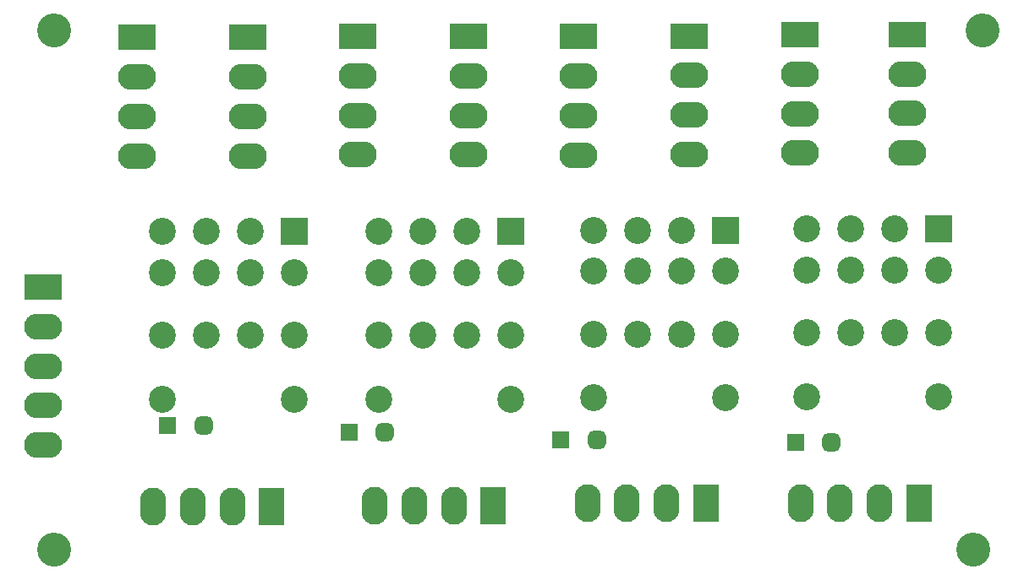
<source format=gbs>
G04*
G04 #@! TF.GenerationSoftware,Altium Limited,Altium Designer,20.2.2 (114)*
G04*
G04 Layer_Color=16711935*
%FSLAX44Y44*%
%MOMM*%
G71*
G04*
G04 #@! TF.SameCoordinates,4A35201A-C963-4E52-B05F-806438ECE370*
G04*
G04*
G04 #@! TF.FilePolarity,Negative*
G04*
G01*
G75*
%ADD12R,3.8032X2.6032*%
%ADD13O,3.8032X2.6032*%
%ADD14R,2.6032X3.8032*%
%ADD15O,2.6032X3.8032*%
%ADD16C,2.7032*%
%ADD17R,2.7032X2.7032*%
%ADD18C,3.4032*%
G04:AMPARAMS|DCode=34|XSize=1.8032mm|YSize=1.8032mm|CornerRadius=0.5016mm|HoleSize=0mm|Usage=FLASHONLY|Rotation=180.000|XOffset=0mm|YOffset=0mm|HoleType=Round|Shape=RoundedRectangle|*
%AMROUNDEDRECTD34*
21,1,1.8032,0.8000,0,0,180.0*
21,1,0.8000,1.8032,0,0,180.0*
1,1,1.0032,-0.4000,0.4000*
1,1,1.0032,0.4000,0.4000*
1,1,1.0032,0.4000,-0.4000*
1,1,1.0032,-0.4000,-0.4000*
%
%ADD34ROUNDEDRECTD34*%
%ADD35R,1.8032X1.8032*%
D12*
X786301Y555970D02*
D03*
X565264Y554180D02*
D03*
X675783Y554700D02*
D03*
X123190Y553140D02*
D03*
X233708D02*
D03*
X344227Y554410D02*
D03*
X454746D02*
D03*
X894080Y556260D02*
D03*
X29210Y302950D02*
D03*
D13*
X786301Y516370D02*
D03*
Y476770D02*
D03*
Y437170D02*
D03*
X565264Y514580D02*
D03*
Y474980D02*
D03*
Y435380D02*
D03*
X675783Y515100D02*
D03*
Y475500D02*
D03*
Y435900D02*
D03*
X123190Y513540D02*
D03*
Y473940D02*
D03*
Y434340D02*
D03*
X233708Y513540D02*
D03*
Y473940D02*
D03*
Y434340D02*
D03*
X344227Y514810D02*
D03*
Y475210D02*
D03*
Y435610D02*
D03*
X454746Y514810D02*
D03*
Y475210D02*
D03*
Y435610D02*
D03*
X894080Y516660D02*
D03*
Y477060D02*
D03*
Y437460D02*
D03*
X29210Y263350D02*
D03*
Y223750D02*
D03*
Y184150D02*
D03*
Y144550D02*
D03*
D14*
X257810Y82550D02*
D03*
X905970Y86360D02*
D03*
X692610D02*
D03*
X479770Y83820D02*
D03*
D15*
X218210Y82550D02*
D03*
X178610D02*
D03*
X139010D02*
D03*
X866370Y86360D02*
D03*
X826770D02*
D03*
X787170D02*
D03*
X653010D02*
D03*
X613410D02*
D03*
X573810D02*
D03*
X440170Y83820D02*
D03*
X400570D02*
D03*
X360970D02*
D03*
D16*
X148670Y190500D02*
D03*
Y254500D02*
D03*
X280670Y190500D02*
D03*
Y254500D02*
D03*
X236670D02*
D03*
X192670D02*
D03*
X236670Y317500D02*
D03*
X280670D02*
D03*
X192670D02*
D03*
X148670D02*
D03*
X236670Y358500D02*
D03*
X192670D02*
D03*
X148670D02*
D03*
X580047Y191770D02*
D03*
Y255770D02*
D03*
X712047Y191770D02*
D03*
Y255770D02*
D03*
X668047D02*
D03*
X624047D02*
D03*
X668047Y318770D02*
D03*
X712047D02*
D03*
X624047D02*
D03*
X580047D02*
D03*
X668047Y359770D02*
D03*
X624047D02*
D03*
X580047D02*
D03*
X364994Y190500D02*
D03*
Y254500D02*
D03*
X496993Y190500D02*
D03*
Y254500D02*
D03*
X452993D02*
D03*
X408993D02*
D03*
X452993Y317500D02*
D03*
X496993D02*
D03*
X408993D02*
D03*
X364994D02*
D03*
X452993Y358500D02*
D03*
X408993D02*
D03*
X364994D02*
D03*
X793830Y193040D02*
D03*
Y257040D02*
D03*
X925830Y193040D02*
D03*
Y257040D02*
D03*
X881830D02*
D03*
X837830D02*
D03*
X881830Y320040D02*
D03*
X925830D02*
D03*
X837830D02*
D03*
X793830D02*
D03*
X881830Y361040D02*
D03*
X837830D02*
D03*
X793830D02*
D03*
D17*
X280670Y358500D02*
D03*
X712047Y359770D02*
D03*
X496993Y358500D02*
D03*
X925830Y361040D02*
D03*
D18*
X960000Y40000D02*
D03*
X970000Y560000D02*
D03*
X40000D02*
D03*
Y40000D02*
D03*
D34*
X189670Y163830D02*
D03*
X371280Y157480D02*
D03*
X818100Y147320D02*
D03*
X583370Y149860D02*
D03*
D35*
X153670Y163830D02*
D03*
X335280Y157480D02*
D03*
X782100Y147320D02*
D03*
X547370Y149860D02*
D03*
M02*

</source>
